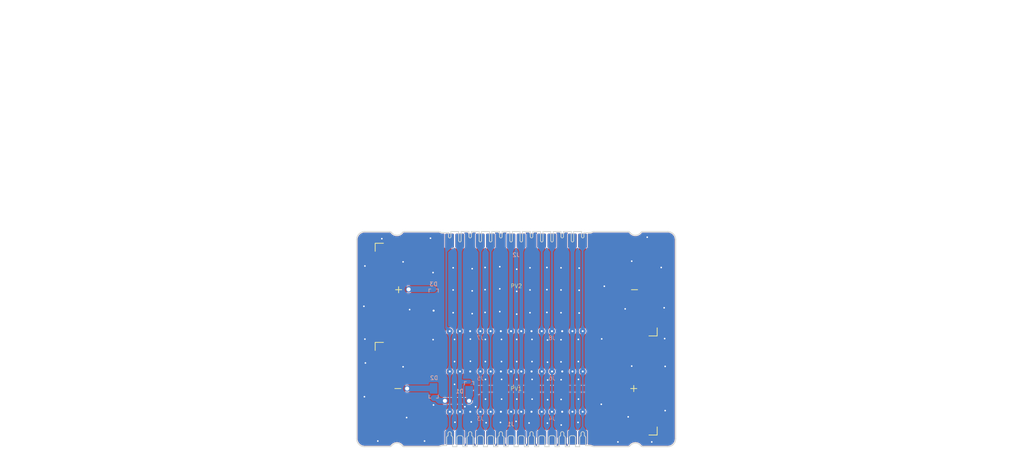
<source format=kicad_pcb>
(kicad_pcb (version 20240108) (generator "pcbnew") (generator_version "8.0")
  (title_block (title "bac Panel PV v1") (date "2024-10-06") (rev "1") (company "Build a CubeSat") (comment 1 "Manuel Imboden") (comment 2 "CC BY-SA 4.0") (comment 3 "https://buildacubesat.space"))
  (layers (0 "F.Cu" signal) (31 "B.Cu" mixed) (34 "B.Paste" user) (35 "F.Paste" user) (36 "B.SilkS" user "B.Silkscreen") (37 "F.SilkS" user "F.Silkscreen") (38 "B.Mask" user) (39 "F.Mask" user) (44 "Edge.Cuts" user))
  (net 0 "")
  (net 1 "GND")
  (net 2 "/DEPLOY_2{slash}RBF")
  (net 3 "/PANEL_SCL_A")
  (net 4 "/3v3_B")
  (net 5 "/VPV_B")
  (net 6 "/PANEL_SCL_B")
  (net 7 "/3v3_A")
  (net 8 "/EN_PANEL_B")
  (net 9 "/VPV_A")
  (net 10 "/PANEL_SDA_B")
  (net 11 "/PANEL_SDA_A")
  (net 12 "Net-(D1-A)")
  (net 13 "Net-(D2-A)")
  (footprint "bac EPS v1:Anysolar-SM141K10TF" (layer "F.Cu") (at 148.94901 91.43033)
    (property "Reference" "PV2")
    (property "Value" "Solar_Cell")
  )
  (footprint "bac EPS v1:Anysolar-SM141K10TF" (layer "F.Cu") (at 148.94901 116.03033 180)
    (property "Reference" "PV1")
    (property "Value" "Solar_Cell")
  )
  (footprint "bac EPS v1:Mill-Max-399-10-107-10-009000" (layer "B.Cu") (at 140.07401 121.755331)
    (property "Reference" "J3")
    (property "Value" "Conn_01x07_Socket")
  )
  (footprint "bac EPS v1:STM-STPS1L30MF" (layer "B.Cu") (at 128.45 116.7 90)
    (property "Reference" "D2")
    (property "Value" "D_Schottky")
  )
  (footprint "bac EPS v1:bac-panel-v1-14P-pad-row-receptacles" (layer "B.Cu") (at 148.95 128.17)
    (property "Reference" "J1")
    (property "Value" "Panel Connector 1x16")
  )
  (footprint "bac EPS v1:Mill-Max-399-10-107-10-009000" (layer "B.Cu") (at 140.06901 111.75533)
    (property "Reference" "J5")
    (property "Value" "Conn_01x07_Socket")
  )
  (footprint "bac EPS v1:Mill-Max-399-10-107-10-009000" (layer "B.Cu") (at 157.82901 121.755331)
    (property "Reference" "J4")
    (property "Value" "Conn_01x07_Socket")
  )
  (footprint "bac EPS v1:bac-panel-v1-14P-pad-row-pins" (layer "B.Cu") (at 148.915 79.3)
    (property "Reference" "J2")
    (property "Value" "Panel Connector 1x16")
  )
  (footprint "bac EPS v1:STM-STPS1L30MF" (layer "B.Cu") (at 128.45 92.96 -90)
    (property "Reference" "D3")
    (property "Value" "D_Schottky")
  )
  (footprint "bac EPS v1:STM-STPS1L30MF" (layer "B.Cu") (at 137.27 115.94 -90)
    (property "Reference" "D1")
    (property "Value" "D_Schottky")
  )
  (footprint "bac EPS v1:Mill-Max-399-10-107-10-009000" (layer "B.Cu") (at 157.84401 111.75533)
    (property "Reference" "J6")
    (property "Value" "Conn_01x07_Socket")
  )
  (footprint "bac EPS v1:Mill-Max-399-10-107-10-009000" (layer "B.Cu") (at 157.82901 101.75533)
    (property "Reference" "J8")
    (property "Value" "Conn_01x07_Socket")
  )
  (footprint "bac EPS v1:Mill-Max-399-10-107-10-009000" (layer "B.Cu") (at 140.05401 101.75533)
    (property "Reference" "J7")
    (property "Value" "Conn_01x07_Socket")
  )
  (gr_arc (start 153.165 127.717967) (mid 153.414658 127.899651) (end 153.509998 128.193332) (stroke (width 0.2)) (layer "Edge.Cuts"))
  (gr_arc (start 165.055 127.098333) (mid 165.46 126.693333) (end 165.865 127.098333) (stroke (width 0.2)) (layer "Edge.Cuts"))
  (gr_line (start 162.17 130.433333) (end 162.17 128.193333) (stroke (width 0.2)) (layer "Edge.Cuts"))
  (gr_line (start 161.130001 130.433333) (end 162.17 130.433333) (stroke (width 0.2)) (layer "Edge.Cuts"))
  (gr_line (start 167.06 77.3) (end 165.765001 77.3) (stroke (width 0.2)) (layer "Edge.Cuts"))
  (gr_line (start 149.47 130.433334) (end 149.47 128.193332) (stroke (width 0.2)) (layer "Edge.Cuts"))
  (gr_line (start 134.675 77.033333) (end 132.745001 77.033333) (stroke (width 0.2)) (layer "Edge.Cuts"))
  (gr_line (start 162.615 79.303333) (end 162.615 77.033333) (stroke (width 0.2)) (layer "Edge.Cuts"))
  (gr_line (start 135.73 128.193334) (end 135.73 130.433333) (stroke (width 0.2)) (layer "Edge.Cuts"))
  (gr_arc (start 154.55 128.193333) (mid 154.696447 127.83978) (end 155.05 127.693333) (stroke (width 0.2)) (layer "Edge.Cuts"))
  (gr_line (start 148.43 130.433334) (end 149.47 130.433334) (stroke (width 0.2)) (layer "Edge.Cuts"))
  (gr_arc (start 117.575175 77.033332) (mid 117.801309 77.087391) (end 117.978545 77.237878) (stroke (width 0.2)) (layer "Edge.Cuts"))
  (gr_line (start 165.154999 77.033333) (end 163.225 77.033333) (stroke (width 0.2)) (layer "Edge.Cuts"))
  (gr_line (start 144.39 130.433333) (end 144.390001 128.193334) (stroke (width 0.2)) (layer "Edge.Cuts"))
  (gr_arc (start 153.065 78.303333) (mid 152.76 78.608333) (end 152.455 78.303333) (stroke (width 0.2)) (layer "Edge.Cuts"))
  (gr_arc (start 145.545 127.717966) (mid 145.79466 127.899648) (end 145.89 128.193329) (stroke (width 0.2)) (layer "Edge.Cuts"))
  (gr_line (start 139.810001 127.693333) (end 140.309999 127.693333) (stroke (width 0.2)) (layer "Edge.Cuts"))
  (gr_line (start 152.01 130.433333) (end 152.01 128.193333) (stroke (width 0.2)) (layer "Edge.Cuts"))
  (gr_line (start 153.064999 77.033333) (end 153.065 78.303333) (stroke (width 0.2)) (layer "Edge.Cuts"))
  (gr_line (start 144.835001 77.033333) (end 142.905 77.033332) (stroke (width 0.2)) (layer "Edge.Cuts"))
  (gr_line (start 150.97 128.193333) (end 150.97 130.433333) (stroke (width 0.2)) (layer "Edge.Cuts"))
  (gr_line (start 130.84 130.166666) (end 131.69 130.166666) (stroke (width 0.2)) (layer "Edge.Cuts"))
  (gr_line (start 158.59 128.193332) (end 158.589999 130.433333) (stroke (width 0.2)) (layer "Edge.Cuts"))
  (gr_line (start 147.430001 127.693333) (end 147.929999 127.693333) (stroke (width 0.2)) (layer "Edge.Cuts"))
  (gr_line (start 136.769999 130.433333) (end 136.77 128.193334) (stroke (width 0.2)) (layer "Edge.Cuts"))
  (gr_line (start 132.845 127.098333) (end 132.845 127.717966) (stroke (width 0.2)) (layer "Edge.Cuts"))
  (gr_line (start 180.3248 130.433333) (end 186.55 130.433333) (stroke (width 0.2)) (layer "Edge.Cuts"))
  (gr_arc (start 147.985 79.303333) (mid 147.68 79.608333) (end 147.375 79.303333) (stroke (width 0.2)) (layer "Edge.Cuts"))
  (gr_line (start 142.294999 77.033333) (end 140.365 77.033333) (stroke (width 0.2)) (layer "Edge.Cuts"))
  (gr_line (start 139.310001 130.433333) (end 139.31 128.193334) (stroke (width 0.2)) (layer "Edge.Cuts"))
  (gr_line (start 156.05 128.193333) (end 156.05 130.433333) (stroke (width 0.2)) (layer "Edge.Cuts"))
  (gr_arc (start 179.921455 77.237878) (mid 178.55 77.933333) (end 177.178545 77.237879) (stroke (width 0.2)) (layer "Edge.Cuts"))
  (gr_line (start 146.93 130.433333) (end 146.93 128.193334) (stroke (width 0.2)) (layer "Edge.Cuts"))
  (gr_line (start 150.97 130.433333) (end 152.01 130.433333) (stroke (width 0.2)) (layer "Edge.Cuts"))
  (gr_arc (start 155.55 127.693333) (mid 155.903553 127.83978) (end 156.05 128.193333) (stroke (width 0.2)) (layer "Edge.Cuts"))
  (gr_line (start 135.73 130.433333) (end 136.769999 130.433333) (stroke (width 0.2)) (layer "Edge.Cuts"))
  (gr_line (start 164.71 130.433333) (end 164.71 128.193333) (stroke (width 0.2)) (layer "Edge.Cuts"))
  (gr_line (start 154.995 77.033332) (end 153.064999 77.033333) (stroke (width 0.2)) (layer "Edge.Cuts"))
  (gr_arc (start 162.17 128.193333) (mid 162.316447 127.839779) (end 162.670001 127.693333) (stroke (width 0.2)) (layer "Edge.Cuts"))
  (gr_arc (start 163.225 79.303333) (mid 162.92 79.608333) (end 162.615 79.303333) (stroke (width 0.2)) (layer "Edge.Cuts"))
  (gr_line (start 156.05 130.433333) (end 157.09 130.433333) (stroke (width 0.2)) (layer "Edge.Cuts"))
  (gr_line (start 147.375 77.033333) (end 145.445 77.033333) (stroke (width 0.2)) (layer "Edge.Cuts"))
  (gr_line (start 133.19 128.193329) (end 133.19 130.433333) (stroke (width 0.2)) (layer "Edge.Cuts"))
  (gr_arc (start 164.71 128.193333) (mid 164.80534 127.89965) (end 165.055 127.717965) (stroke (width 0.2)) (layer "Edge.Cuts"))
  (gr_line (start 160.075 77.033333) (end 158.145 77.033333) (stroke (width 0.2)) (layer "Edge.Cuts"))
  (gr_line (start 142.295 79.303333) (end 142.294999 77.033333) (stroke (width 0.2)) (layer "Edge.Cuts"))
  (gr_arc (start 158.145 79.303333) (mid 157.84 79.608333) (end 157.535 79.303333) (stroke (width 0.2)) (layer "Edge.Cuts"))
  (gr_arc (start 140.309999 127.693333) (mid 140.663553 127.83978) (end 140.81 128.193334) (stroke (width 0.2)) (layer "Edge.Cuts"))
  (gr_line (start 157.59 127.693333) (end 158.09 127.693332) (stroke (width 0.2)) (layer "Edge.Cuts"))
  (gr_arc (start 165.765 78.303333) (mid 165.46 78.608334) (end 165.155 78.303333) (stroke (width 0.2)) (layer "Edge.Cuts"))
  (gr_line (start 132.135 78.303333) (end 132.134999 77.3) (stroke (width 0.2)) (layer "Edge.Cuts"))
  (gr_line (start 139.755 77.033333) (end 137.825 77.033333) (stroke (width 0.2)) (layer "Edge.Cuts"))
  (gr_line (start 133.19 130.433333) (end 134.23 130.433333) (stroke (width 0.2)) (layer "Edge.Cuts"))
  (gr_arc (start 159.975 127.098333) (mid 160.38 126.693332) (end 160.785 127.098333) (stroke (width 0.2)) (layer "Edge.Cuts"))
  (gr_line (start 165.865 127.098333) (end 165.865 127.717966) (stroke (width 0.2)) (layer "Edge.Cuts"))
  (gr_line (start 117.575175 77.033332) (end 111.349999 77.033333) (stroke (width 0.2)) (layer "Edge.Cuts"))
  (gr_arc (start 140.365 79.303333) (mid 140.06 79.608333) (end 139.755 79.303333) (stroke (width 0.2)) (layer "Edge.Cuts"))
  (gr_line (start 144.835 78.303333) (end 144.835001 77.033333) (stroke (width 0.2)) (layer "Edge.Cuts"))
  (gr_line (start 131.69 130.166666) (end 131.69 128.193335) (stroke (width 0.2)) (layer "Edge.Cuts"))
  (gr_line (start 140.81 130.433333) (end 141.85 130.433333) (stroke (width 0.2)) (layer "Edge.Cuts"))
  (gr_arc (start 117.978545 130.228788) (mid 117.801308 130.379274) (end 117.575174 130.433333) (stroke (width 0.2)) (layer "Edge.Cuts"))
  (gr_line (start 162.615 77.033333) (end 160.685 77.033333) (stroke (width 0.2)) (layer "Edge.Cuts"))
  (gr_line (start 154.55 130.433333) (end 154.55 128.193333) (stroke (width 0.2)) (layer "Edge.Cuts"))
  (gr_arc (start 120.721455 77.237879) (mid 120.898691 77.087393) (end 121.124825 77.033333) (stroke (width 0.2)) (layer "Edge.Cuts"))
  (gr_arc (start 157.09 128.193333) (mid 157.236446 127.839779) (end 157.59 127.693333) (stroke (width 0.2)) (layer "Edge.Cuts"))
  (gr_line (start 153.51 128.193333) (end 153.51 130.433333) (stroke (width 0.2)) (layer "Edge.Cuts"))
  (gr_line (start 143.35 128.193335) (end 143.35 130.433333) (stroke (width 0.2)) (layer "Edge.Cuts"))
  (gr_line (start 157.535 77.033333) (end 155.605001 77.033333) (stroke (width 0.2)) (layer "Edge.Cuts"))
  (gr_line (start 149.915 77.033333) (end 147.985 77.033333) (stroke (width 0.2)) (layer "Edge.Cuts"))
  (gr_line (start 137.825 77.033333) (end 137.825001 78.303333) (stroke (width 0.2)) (layer "Edge.Cuts"))
  (gr_line (start 149.915 79.303333) (end 149.915 77.033333) (stroke (width 0.2)) (layer "Edge.Cuts"))
  (gr_arc (start 186.55 77.033333) (mid 187.964213 77.61912) (end 188.55 79.033333) (stroke (width 0.2)) (layer "Edge.Cuts"))
  (gr_arc (start 142.905 79.303333) (mid 142.6 79.608333) (end 142.295 79.303333) (stroke (width 0.2)) (layer "Edge.Cuts"))
  (gr_line (start 138.270001 128.193329) (end 138.270001 130.433333) (stroke (width 0.2)) (layer "Edge.Cuts"))
  (gr_line (start 176.775201 77.033333) (end 168.251709 77.033333) (stroke (width 0.2)) (layer "Edge.Cuts"))
  (gr_arc (start 147.929999 127.693333) (mid 148.283553 127.83978) (end 148.43 128.193334) (stroke (width 0.2)) (layer "Edge.Cuts"))
  (gr_line (start 139.755 79.303333) (end 139.755 77.033333) (stroke (width 0.2)) (layer "Edge.Cuts"))
  (gr_arc (start 188.55 128.433333) (mid 187.964214 129.847547) (end 186.55 130.433333) (stroke (width 0.2)) (layer "Edge.Cuts"))
  (gr_line (start 134.675 79.303333) (end 134.675 77.033333) (stroke (width 0.2)) (layer "Edge.Cuts"))
  (gr_line (start 155.605001 77.033333) (end 155.605 79.303333) (stroke (width 0.2)) (layer "Edge.Cuts"))
  (gr_line (start 142.35 127.693333) (end 142.849998 127.693333) (stroke (width 0.2)) (layer "Edge.Cuts"))
  (gr_line (start 148.43 128.193334) (end 148.43 130.433334) (stroke (width 0.2)) (layer "Edge.Cuts"))
  (gr_line (start 160.074999 78.303333) (end 160.075 77.033333) (stroke (width 0.2)) (layer "Edge.Cuts"))
  (gr_arc (start 150.47 127.693333) (mid 150.823553 127.83978) (end 150.97 128.193333) (stroke (width 0.2)) (layer "Edge.Cuts"))
  (gr_line (start 132.035 127.717968) (end 132.035 127.098333) (stroke (width 0.2)) (layer "Edge.Cuts"))
  (gr_line (start 137.214999 78.303333) (end 137.215 77.033333) (stroke (width 0.2)) (layer "Edge.Cuts"))
  (gr_line (start 165.155 78.303333) (end 165.154999 77.033333) (stroke (width 0.2)) (layer "Edge.Cuts"))
  (gr_arc (start 179.921455 77.237878) (mid 180.096687 77.088417) (end 180.320317 77.033333) (stroke (width 0.2)) (layer "Edge.Cuts"))
  (gr_line (start 168.2517 130.433333) (end 176.779572 130.433333) (stroke (width 0.2)) (layer "Edge.Cuts"))
  (gr_arc (start 135.229999 127.693333) (mid 135.583553 127.83978) (end 135.73 128.193334) (stroke (width 0.2)) (layer "Edge.Cuts"))
  (gr_arc (start 132.845 127.717966) (mid 133.09466 127.899648) (end 133.19 128.193329) (stroke (width 0.2)) (layer "Edge.Cuts"))
  (gr_arc (start 137.825001 78.303333) (mid 137.52 78.608334) (end 137.214999 78.303333) (stroke (width 0.2)) (layer "Edge.Cuts"))
  (gr_arc (start 146.93 128.193334) (mid 147.076447 127.83978) (end 147.430001 127.693333) (stroke (width 0.2)) (layer "Edge.Cuts"))
  (gr_curve (pts (xy 167.06 77.3) (xy 167.345561 77.3) (xy 167.609471 77.249262) (xy 167.752469 77.166869)) (stroke (width 0.2)) (layer "Edge.Cuts"))
  (gr_line (start 165.765001 77.3) (end 165.765 78.303333) (stroke (width 0.2)) (layer "Edge.Cuts"))
  (gr_arc (start 160.785 127.717966) (mid 161.034659 127.89965) (end 161.129998 128.193333) (stroke (width 0.2)) (layer "Edge.Cuts"))
  (gr_line (start 145.89 130.433333) (end 146.93 130.433333) (stroke (width 0.2)) (layer "Edge.Cuts"))
  (gr_arc (start 167.752469 77.166869) (mid 167.993314 77.067296) (end 168.251709 77.033333) (stroke (width 0.2)) (layer "Edge.Cuts"))
  (gr_line (start 158.589999 130.433333) (end 159.629999 130.433333) (stroke (width 0.2)) (layer "Edge.Cuts"))
  (gr_curve (pts (xy 130.84 130.166666) (xy 130.554439 130.166666) (xy 130.290529 130.217404) (xy 130.147531 130.299797)) (stroke (width 0.2)) (layer "Edge.Cuts"))
  (gr_line (start 134.23 130.433333) (end 134.23 128.193334) (stroke (width 0.2)) (layer "Edge.Cuts"))
  (gr_arc (start 155.605 79.303333) (mid 155.3 79.608333) (end 154.995 79.303333) (stroke (width 0.2)) (layer "Edge.Cuts"))
  (gr_arc (start 135.285 79.303333) (mid 134.98 79.608333) (end 134.675 79.303333) (stroke (width 0.2)) (layer "Edge.Cuts"))
  (gr_arc (start 120.721455 77.237879) (mid 119.35 77.933333) (end 117.978545 77.237878) (stroke (width 0.2)) (layer "Edge.Cuts"))
  (gr_line (start 163.67 130.433333) (end 164.71 130.433333) (stroke (width 0.2)) (layer "Edge.Cuts"))
  (gr_arc (start 134.23 128.193334) (mid 134.376447 127.83978) (end 134.730001 127.693333) (stroke (width 0.2)) (layer "Edge.Cuts"))
  (gr_line (start 159.629999 130.433333) (end 159.63 128.193332) (stroke (width 0.2)) (layer "Edge.Cuts"))
  (gr_line (start 145.544999 127.098333) (end 145.545 127.717966) (stroke (width 0.2)) (layer "Edge.Cuts"))
  (gr_arc (start 159.63 128.193332) (mid 159.72534 127.899649) (end 159.975 127.717965) (stroke (width 0.2)) (layer "Edge.Cuts"))
  (gr_line (start 135.285 77.033333) (end 135.285 79.303333) (stroke (width 0.2)) (layer "Edge.Cuts"))
  (gr_arc (start 145.445 78.303333) (mid 145.14 78.608333) (end 144.835 78.303333) (stroke (width 0.2)) (layer "Edge.Cuts"))
  (gr_line (start 143.35 130.433333) (end 144.39 130.433333) (stroke (width 0.2)) (layer "Edge.Cuts"))
  (gr_arc (start 141.849999 128.193334) (mid 141.996446 127.83978) (end 142.35 127.693333) (stroke (width 0.2)) (layer "Edge.Cuts"))
  (gr_arc (start 144.390001 128.193334) (mid 144.48534 127.899652) (end 144.735 127.717968) (stroke (width 0.2)) (layer "Edge.Cuts"))
  (gr_line (start 137.925 127.098333) (end 137.925 127.717966) (stroke (width 0.2)) (layer "Edge.Cuts"))
  (gr_arc (start 139.31 128.193334) (mid 139.456447 127.83978) (end 139.810001 127.693333) (stroke (width 0.2)) (layer "Edge.Cuts"))
  (gr_line (start 145.89 128.193329) (end 145.89 130.433333) (stroke (width 0.2)) (layer "Edge.Cuts"))
  (gr_line (start 145.445 77.033333) (end 145.445 78.303333) (stroke (width 0.2)) (layer "Edge.Cuts"))
  (gr_arc (start 163.17 127.693333) (mid 163.523553 127.83978) (end 163.67 128.193333) (stroke (width 0.2)) (layer "Edge.Cuts"))
  (gr_arc (start 158.09 127.693332) (mid 158.443554 127.839779) (end 158.59 128.193332) (stroke (width 0.2)) (layer "Edge.Cuts"))
  (gr_arc (start 177.178545 130.228787) (mid 177.003264 130.378274) (end 176.779572 130.433333) (stroke (width 0.2)) (layer "Edge.Cuts"))
  (gr_arc (start 160.685001 78.303333) (mid 160.38 78.608334) (end 160.074999 78.303333) (stroke (width 0.2)) (layer "Edge.Cuts"))
  (gr_arc (start 165.865 127.717966) (mid 166.114659 127.89965) (end 166.209998 128.193332) (stroke (width 0.2)) (layer "Edge.Cuts"))
  (gr_arc (start 168.2517 130.433333) (mid 167.99331 130.39937) (end 167.752469 130.299797) (stroke (width 0.2)) (layer "Edge.Cuts"))
  (gr_arc (start 109.35 79.033332) (mid 109.935786 77.619119) (end 111.349999 77.033333) (stroke (width 0.2)) (layer "Edge.Cuts"))
  (gr_line (start 153.51 130.433333) (end 154.55 130.433333) (stroke (width 0.2)) (layer "Edge.Cuts"))
  (gr_line (start 149.969999 127.693333) (end 150.47 127.693333) (stroke (width 0.2)) (layer "Edge.Cuts"))
  (gr_line (start 134.730001 127.693333) (end 135.229999 127.693333) (stroke (width 0.2)) (layer "Edge.Cuts"))
  (gr_line (start 147.985 77.033333) (end 147.985 79.303333) (stroke (width 0.2)) (layer "Edge.Cuts"))
  (gr_line (start 166.21 128.193333) (end 166.21 130.166666) (stroke (width 0.2)) (layer "Edge.Cuts"))
  (gr_arc (start 136.77 128.193334) (mid 136.865339 127.899651) (end 137.115 127.717968) (stroke (width 0.2)) (layer "Edge.Cuts"))
  (gr_line (start 147.375 79.303333) (end 147.375 77.033333) (stroke (width 0.2)) (layer "Edge.Cuts"))
  (gr_arc (start 111.349999 130.433333) (mid 109.935786 129.847547) (end 109.35 128.433334) (stroke (width 0.2)) (layer "Edge.Cuts"))
  (gr_arc (start 132.745 78.303333) (mid 132.44 78.608334) (end 132.135 78.303333) (stroke (width 0.2)) (layer "Edge.Cuts"))
  (gr_arc (start 130.147531 130.299797) (mid 129.906686 130.399372) (end 129.64829 130.433333) (stroke (width 0.2)) (layer "Edge.Cuts"))
  (gr_arc (start 131.69 128.193335) (mid 131.785339 127.899651) (end 132.035 127.717968) (stroke (width 0.2)) (layer "Edge.Cuts"))
  (gr_curve (pts (xy 130.147531 77.166869) (xy 130.290529 77.249262) (xy 130.554439 77.3) (xy 130.84 77.3)) (stroke (width 0.2)) (layer "Edge.Cuts"))
  (gr_line (start 188.55 128.433333) (end 188.55 79.033333) (stroke (width 0.2)) (layer "Edge.Cuts"))
  (gr_arc (start 152.01 128.193333) (mid 152.10534 127.899649) (end 152.355001 127.717965) (stroke (width 0.2)) (layer "Edge.Cuts"))
  (gr_line (start 132.134999 77.3) (end 130.84 77.3) (stroke (width 0.2)) (layer "Edge.Cuts"))
  (gr_line (start 157.09 130.433333) (end 157.09 128.193333) (stroke (width 0.2)) (layer "Edge.Cuts"))
  (gr_line (start 132.745001 77.033333) (end 132.745 78.303333) (stroke (width 0.2)) (layer "Edge.Cuts"))
  (gr_line (start 186.55 77.033333) (end 180.320317 77.033333) (stroke (width 0.2)) (layer "Edge.Cuts"))
  (gr_arc (start 176.775201 77.033333) (mid 177.001319 77.087396) (end 177.178545 77.237879) (stroke (width 0.2)) (layer "Edge.Cuts"))
  (gr_line (start 165.055 127.717965) (end 165.055 127.098333) (stroke (width 0.2)) (layer "Edge.Cuts"))
  (gr_arc (start 137.925 127.717966) (mid 138.17466 127.899648) (end 138.270001 128.193329) (stroke (width 0.2)) (layer "Edge.Cuts"))
  (gr_arc (start 177.178545 130.228787) (mid 178.55 129.533333) (end 179.921455 130.228788) (stroke (width 0.2)) (layer "Edge.Cuts"))
  (gr_arc (start 149.47 128.193332) (mid 149.616447 127.83978) (end 149.969999 127.693333) (stroke (width 0.2)) (layer "Edge.Cuts"))
  (gr_arc (start 129.648289 77.033333) (mid 129.906685 77.067294) (end 130.147531 77.166869) (stroke (width 0.2)) (layer "Edge.Cuts"))
  (gr_line (start 152.355001 127.717965) (end 152.355001 127.098333) (stroke (width 0.2)) (layer "Edge.Cuts"))
  (gr_line (start 111.349999 130.433333) (end 117.575174 130.433333) (stroke (width 0.2)) (layer "Edge.Cuts"))
  (gr_arc (start 152.355001 127.098333) (mid 152.76 126.693334) (end 153.165 127.098333) (stroke (width 0.2)) (layer "Edge.Cuts"))
  (gr_line (start 163.225 77.033333) (end 163.225 79.303333) (stroke (width 0.2)) (layer "Edge.Cuts"))
  (gr_line (start 138.270001 130.433333) (end 139.310001 130.433333) (stroke (width 0.2)) (layer "Edge.Cuts"))
  (gr_line (start 160.685 77.033333) (end 160.685001 78.303333) (stroke (width 0.2)) (layer "Edge.Cuts"))
  (gr_line (start 141.85 130.433333) (end 141.849999 128.193334) (stroke (width 0.2)) (layer "Edge.Cuts"))
  (gr_line (start 158.145 77.033333) (end 158.145 79.303333) (stroke (width 0.2)) (layer "Edge.Cuts"))
  (gr_curve (pts (xy 167.752469 130.299797) (xy 167.609471 130.217404) (xy 167.345561 130.166666) (xy 167.06 130.166666)) (stroke (width 0.2)) (layer "Edge.Cuts"))
  (gr_line (start 142.905 77.033332) (end 142.905 79.303333) (stroke (width 0.2)) (layer "Edge.Cuts"))
  (gr_arc (start 117.978545 130.228788) (mid 119.35 129.533333) (end 120.721455 130.228787) (stroke (width 0.2)) (layer "Edge.Cuts"))
  (gr_arc (start 150.525 79.303333) (mid 150.22 79.608333) (end 149.915 79.303333) (stroke (width 0.2)) (layer "Edge.Cuts"))
  (gr_line (start 150.525 77.033333) (end 150.525 79.303333) (stroke (width 0.2)) (layer "Edge.Cuts"))
  (gr_line (start 153.165 127.098333) (end 153.165 127.717967) (stroke (width 0.2)) (layer "Edge.Cuts"))
  (gr_line (start 155.05 127.693333) (end 155.55 127.693333) (stroke (width 0.2)) (layer "Edge.Cuts"))
  (gr_line (start 160.785 127.098333) (end 160.785 127.717966) (stroke (width 0.2)) (layer "Edge.Cuts"))
  (gr_line (start 157.535 79.303333) (end 157.535 77.033333) (stroke (width 0.2)) (layer "Edge.Cuts"))
  (gr_line (start 163.67 128.193333) (end 163.67 130.433333) (stroke (width 0.2)) (layer "Edge.Cuts"))
  (gr_line (start 129.648289 77.033333) (end 121.124825 77.033333) (stroke (width 0.2)) (layer "Edge.Cuts"))
  (gr_line (start 154.995 79.303333) (end 154.995 77.033332) (stroke (width 0.2)) (layer "Edge.Cuts"))
  (gr_arc (start 121.124825 130.433333) (mid 120.898691 130.379274) (end 120.721455 130.228787) (stroke (width 0.2)) (layer "Edge.Cuts"))
  (gr_line (start 109.35 79.033332) (end 109.35 128.433334) (stroke (width 0.2)) (layer "Edge.Cuts"))
  (gr_arc (start 132.035 127.098333) (mid 132.44 126.693333) (end 132.845 127.098333) (stroke (width 0.2)) (layer "Edge.Cuts"))
  (gr_line (start 161.13 128.193332) (end 161.130001 130.433333) (stroke (width 0.2)) (layer "Edge.Cuts"))
  (gr_line (start 137.215 77.033333) (end 135.285 77.033333) (stroke (width 0.2)) (layer "Edge.Cuts"))
  (gr_line (start 162.670001 127.693333) (end 163.17 127.693333) (stroke (width 0.2)) (layer "Edge.Cuts"))
  (gr_line (start 140.81 128.193334) (end 140.81 130.433333) (stroke (width 0.2)) (layer "Edge.Cuts"))
  (gr_line (start 140.365 77.033333) (end 140.365 79.303333) (stroke (width 0.2)) (layer "Edge.Cuts"))
  (gr_arc (start 144.735 127.098333) (mid 145.14 126.693333) (end 145.544999 127.098333) (stroke (width 0.2)) (layer "Edge.Cuts"))
  (gr_line (start 159.975 127.717965) (end 159.975 127.098333) (stroke (width 0.2)) (layer "Edge.Cuts"))
  (gr_line (start 152.455 78.303333) (end 152.455 77.033333) (stroke (width 0.2)) (layer "Edge.Cuts"))
  (gr_line (start 144.735 127.717968) (end 144.735 127.098333) (stroke (width 0.2)) (layer "Edge.Cuts"))
  (gr_arc (start 137.115 127.098333) (mid 137.52 126.693332) (end 137.925 127.098333) (stroke (width 0.2)) (layer "Edge.Cuts"))
  (gr_line (start 152.455 77.033333) (end 150.525 77.033333) (stroke (width 0.2)) (layer "Edge.Cuts"))
  (gr_arc (start 180.3248 130.433333) (mid 180.098682 130.37927) (end 179.921455 130.228788) (stroke (width 0.2)) (layer "Edge.Cuts"))
  (gr_line (start 137.115 127.717968) (end 137.115 127.098333) (stroke (width 0.2)) (layer "Edge.Cuts"))
  (gr_line (start 166.21 130.166666) (end 167.06 130.166666) (stroke (width 0.2)) (layer "Edge.Cuts"))
  (gr_line (start 121.124825 130.433333) (end 129.64829 130.433333) (stroke (width 0.2)) (layer "Edge.Cuts"))
  (gr_arc (start 142.849998 127.693333) (mid 143.203553 127.83978) (end 143.35 128.193335) (stroke (width 0.2)) (layer "Edge.Cuts"))
  (via (at 133.3 97.175) (size 0.8) (drill 0.4) (layers "F.Cu" "B.Cu") (net 1))
  (via (at 152.375 97.175) (size 0.8) (drill 0.4) (layers "F.Cu" "B.Cu") (net 1))
  (via (at 128.31 87.21) (size 0.8) (drill 0.4) (layers "F.Cu" "B.Cu") (net 1))
  (via (at 170.175 103.675) (size 0.8) (drill 0.4) (layers "F.Cu" "B.Cu") (net 1))
  (via (at 136.21 120.5) (size 0.8) (drill 0.4) (layers "F.Cu" "B.Cu") (net 1))
  (via (at 141.3 109.3) (size 0.8) (drill 0.4) (layers "F.Cu" "B.Cu") (net 1))
  (via (at 141.325 118.625) (size 0.8) (drill 0.4) (layers "F.Cu" "B.Cu") (net 1))
  (via (at 145.325 118.625) (size 0.8) (drill 0.4) (layers "F.Cu" "B.Cu") (net 1))
  (via (at 160.075 91.525) (size 0.8) (drill 0.4) (layers "F.Cu" "B.Cu") (net 1))
  (via (at 156.7 124.58) (size 0.8) (drill 0.4) (layers "F.Cu" "B.Cu") (net 1))
  (via (at 156.725 109.45) (size 0.8) (drill 0.4) (layers "F.Cu" "B.Cu") (net 1))
  (via (at 133.3 86.025) (size 0.8) (drill 0.4) (layers "F.Cu" "B.Cu") (net 1))
  (via (at 174.2 129.25) (size 0.8) (drill 0.4) (layers "F.Cu" "B.Cu") (net 1))
  (via (at 137.575 109.225) (size 0.8) (drill 0.4) (layers "F.Cu" "B.Cu") (net 1))
  (via (at 160.1 113.8) (size 0.8) (drill 0.4) (layers "F.Cu" "B.Cu") (net 1))
  (via (at 138.025 97.4) (size 0.8) (drill 0.4) (layers "F.Cu" "B.Cu") (net 1))
  (via (at 149.075 91.875) (size 0.8) (drill 0.4) (layers "F.Cu" "B.Cu") (net 1))
  (via (at 177.625 84.375) (size 0.8) (drill 0.4) (layers "F.Cu" "B.Cu") (net 1))
  (via (at 149.1 118.625) (size 0.8) (drill 0.4) (layers "F.Cu" "B.Cu") (net 1))
  (via (at 177.625 110.425) (size 0.8) (drill 0.4) (layers "F.Cu" "B.Cu") (net 1))
  (via (at 137.79 124.28) (size 0.8) (drill 0.4) (layers "F.Cu" "B.Cu") (net 1))
  (via (at 149.075 103.8) (size 0.8) (drill 0.4) (layers "F.Cu" "B.Cu") (net 1))
  (via (at 184.95 85.95) (size 0.8) (drill 0.4) (layers "F.Cu" "B.Cu") (net 1))
  (via (at 141.325 113.725) (size 0.8) (drill 0.4) (layers "F.Cu" "B.Cu") (net 1))
  (via (at 164.575 86.1) (size 0.8) (drill 0.4) (layers "F.Cu" "B.Cu") (net 1))
  (via (at 148.925 124.15) (size 0.8) (drill 0.4) (layers "F.Cu" "B.Cu") (net 1))
  (via (at 141.49 124.48) (size 0.8) (drill 0.4) (layers "F.Cu" "B.Cu") (net 1))
  (via (at 170.075 119.9) (size 0.8) (drill 0.4) (layers "F.Cu" "B.Cu") (net 1))
  (via (at 156.575 97.1) (size 0.8) (drill 0.4) (layers "F.Cu" "B.Cu") (net 1))
  (via (at 185.675 95.95) (size 0.8) (drill 0.4) (layers "F.Cu" "B.Cu") (net 1))
  (via (at 128.45 96.66) (size 1) (drill 0.5) (layers "F.Cu" "B.Cu") (net 1))
  (via (at 156.725 103.95) (size 0.8) (drill 0.4) (layers "F.Cu" "B.Cu") (net 1))
  (via (at 160.125 125.05) (size 0.8) (drill 0.4) (layers "F.Cu" "B.Cu") (net 1))
  (via (at 164.575 91.6) (size 0.8) (drill 0.4) (layers "F.Cu" "B.Cu") (net 1))
  (via (at 152.875 109.3) (size 0.8) (drill 0.4) (layers "F.Cu" "B.Cu") (net 1))
  (via (at 121.75 123.2) (size 0.8) (drill 0.4) (layers "F.Cu" "B.Cu") (net 1))
  (via (at 164.3 124.4) (size 0.8) (drill 0.4) (layers "F.Cu" "B.Cu") (net 1))
  (via (at 128.425 120.075) (size 0.8) (drill 0.4) (layers "F.Cu" "B.Cu") (net 1))
  (via (at 133.65 114.95) (size 0.8) (drill 0.4) (layers "F.Cu" "B.Cu") (net 1))
  (via (at 149.075 97.525) (size 0.8) (drill 0.4) (layers "F.Cu" "B.Cu") (net 1))
  (via (at 141.225 85.95) (size 0.8) (drill 0.4) (layers "F.Cu" "B.Cu") (net 1))
  (via (at 138.025 86.25) (size 0.8) (drill 0.4) (layers "F.Cu" "B.Cu") (net 1))
  (via (at 111.525 109.65) (size 0.8) (drill 0.4) (layers "F.Cu" "B.Cu") (net 1))
  (via (at 182.6 129.25) (size 0.8) (drill 0.4) (layers "F.Cu" "B.Cu") (net 1))
  (via (at 156.575 85.95) (size 0.8) (drill 0.4) (layers "F.Cu" "B.Cu") (net 1))
  (via (at 185.925 110.5) (size 0.8) (drill 0.4) (layers "F.Cu" "B.Cu") (net 1))
  (via (at 176.75 123.025) (size 0.8) (drill 0.4) (layers "F.Cu" "B.Cu") (net 1))
  (via (at 160.075 109.375) (size 0.8) (drill 0.4) (layers "F.Cu" "B.Cu") (net 1))
  (via (at 152.375 86.025) (size 0.8) (drill 0.4) (layers "F.Cu" "B.Cu") (net 1))
  (via (at 185.925 121.475) (size 0.8) (drill 0.4) (layers "F.Cu" "B.Cu") (net 1))
  (via (at 176 96.225) (size 0.8) (drill 0.4) (layers "F.Cu" "B.Cu") (net 1))
  (via (at 127.675 78.675) (size 0.8) (drill 0.4) (layers "F.Cu" "B.Cu") (net 1))
  (via (at 152.875 103.8) (size 0.8) (drill 0.4) (layers "F.Cu" "B.Cu") (net 1))
  (via (at 144.875 96.9) (size 0.8) (drill 0.4) (layers "F.Cu" "B.Cu") (net 1))
  (via (at 170.825 90.6) (size 0.8) (drill 0.4) (layers "F.Cu" "B.Cu") (net 1))
  (via (at 145.325 113.725) (size 0.8) (drill 0.4) (layers "F.Cu" "B.Cu") (net 1))
  (via (at 115.6 78.8) (size 0.8) (drill 0.4) (layers "F.Cu" "B.Cu") (net 1))
  (via (at 145.3 103.8) (size 0.8) (drill 0.4) (layers "F.Cu" "B.Cu") (net 1))
  (via (at 181.475 78.425) (size 0.8) (drill 0.4) (layers "F.Cu" "B.Cu") (net 1))
  (via (at 141.225 91.45) (size 0.8) (drill 0.4) (layers "F.Cu" "B.Cu") (net 1))
  (via (at 164.4 118.625) (size 0.8) (drill 0.4) (layers "F.Cu" "B.Cu") (net 1))
  (via (at 120.875 110.6) (size 0.8) (drill 0.4) (layers "F.Cu" "B.Cu") (net 1))
  (via (at 149.1 113.725) (size 0.8) (drill 0.4) (layers "F.Cu" "B.Cu") (net 1))
  (via (at 160.1 118.7) (size 0.8) (drill 0.4) (layers "F.Cu" "B.Cu") (net 1))
  (via (at 160.075 97.175) (size 0.8) (drill 0.4) (layers "F.Cu" "B.Cu") (net 1))
  (via (at 156.575 91.45) (size 0.8) (drill 0.4) (layers "F.Cu" "B.Cu") (net 1))
  (via (at 185.8 103.6) (size 0.8) (drill 0.4) (layers "F.Cu" "B.Cu") (net 1))
  (via (at 114.6 129.025) (size 0.8) (drill 0.4) (layers "F.Cu" "B.Cu") (net 1))
  (via (at 133.65 103.8) (size 0.8) (drill 0.4) (layers "F.Cu" "B.Cu") (net 1))
  (via (at 145.05 124.4) (size 0.8) (drill 0.4) (layers "F.Cu" "B.Cu") (net 1))
  (via (at 152.9 113.725) (size 0.8) (drill 0.4) (layers "F.Cu" "B.Cu") (net 1))
  (via (at 111.275 118.025) (size 0.8) (drill 0.4) (layers "F.Cu" "B.Cu") (net 1))
  (via (at 141.225 97.1) (size 0.8) (drill 0.4) (layers "F.Cu" "B.Cu") (net 1))
  (via (at 111.15 95.575) (size 0.8) (drill 0.4) (layers "F.Cu" "B.Cu") (net 1))
  (via (at 164.375 109.3) (size 0.8) (drill 0.4) (layers "F.Cu" "B.Cu") (net 1))
  (via (at 152.15 124.55) (size 0.8) (drill 0.4) (layers "F.Cu" "B.Cu") (net 1))
  (via (at 120.875 84.55) (size 0.8) (drill 0.4) (layers "F.Cu" "B.Cu") (net 1))
  (via (at 141.3 103.8) (size 0.8) (drill 0.4) (layers "F.Cu" "B.Cu") (net 1))
  (via (at 138.87 120.52) (size 0.8) (drill 0.4) (layers "F.Cu" "B.Cu") (net 1))
  (via (at 137.575 103.725) (size 0.8) (drill 0.4) (layers "F.Cu" "B.Cu") (net 1))
  (via (at 126.2 129.025) (size 0.8) (drill 0.4) (layers "F.Cu" "B.Cu") (net 1))
  (via (at 133.65 109.3) (size 0.8) (drill 0.4) (layers "F.Cu" "B.Cu") (net 1))
  (via (at 164.4 113.725) (size 0.8) (drill 0.4) (layers "F.Cu" "B.Cu") (net 1))
  (via (at 133.3 91.525) (size 0.8) (drill 0.4) (layers "F.Cu" "B.Cu") (net 1))
  (via (at 128.325 103.85) (size 0.8) (drill 0.4) (layers "F.Cu" "B.Cu") (net 1))
  (via (at 111.4 103.725) (size 0.8) (drill 0.4) (layers "F.Cu" "B.Cu") (net 1))
  (via (at 149.075 109.3) (size 0.8) (drill 0.4) (layers "F.Cu" "B.Cu") (net 1))
  (via (at 152.9 118.625) (size 0.8) (drill 0.4) (layers "F.Cu" "B.Cu") (net 1))
  (via (at 144.875 85.75) (size 0.8) (drill 0.4) (layers "F.Cu" "B.Cu") (net 1))
  (via (at 164.375 103.8) (size 0.8) (drill 0.4) (layers "F.Cu" "B.Cu") (net 1))
  (via (at 152.375 91.525) (size 0.8) (drill 0.4) (layers "F.Cu" "B.Cu") (net 1))
  (via (at 145.3 109.3) (size 0.8) (drill 0.4) (layers "F.Cu" "B.Cu") (net 1))
  (via (at 122.5 96.4) (size 0.8) (drill 0.4) (layers "F.Cu" "B.Cu") (net 1))
  (via (at 164.575 97.25) (size 0.8) (drill 0.4) (layers "F.Cu" "B.Cu") (net 1))
  (via (at 160.075 103.875) (size 0.8) (drill 0.4) (layers "F.Cu" "B.Cu") (net 1))
  (via (at 160.075 86.025) (size 0.8) (drill 0.4) (layers "F.Cu" "B.Cu") (net 1))
  (via (at 144.875 91.25) (size 0.8) (drill 0.4) (layers "F.Cu" "B.Cu") (net 1))
  (via (at 133.75 124.35) (size 0.8) (drill 0.4) (layers "F.Cu" "B.Cu") (net 1))
  (via (at 149.075 86.375) (size 0.8) (drill 0.4) (layers "F.Cu" "B.Cu") (net 1))
  (via (at 156.75 113.875) (size 0.8) (drill 0.4) (layers "F.Cu" "B.Cu") (net 1))
  (via (at 138.025 91.75) (size 0.8) (drill 0.4) (layers "F.Cu" "B.Cu") (net 1))
  (via (at 111.4 85.575) (size 0.8) (drill 0.4) (layers "F.Cu" "B.Cu") (net 1))
  (via (at 156.75 118.775) (size 0.8) (drill 0.4) (layers "F.Cu" "B.Cu") (net 1))
  (segment (start 132.45401 112.07901) (end 132.45401 121.755331) (width 0.5) (layer "B.Cu") (net 2))
  (segment (start 132.45401 121.755331) (end 132.45401 128.053993) (width 0.5) (layer "B.Cu") (net 2))
  (segment (start 132.43401 101.75533) (end 132.43401 111.74033) (width 0.5) (layer "B.Cu") (net 2))
  (segment (start 131.58401 100.90533) (end 131.58401 80.077933) (width 0.5) (layer "B.Cu") (net 2))
  (segment (start 132.44901 111.75533) (end 132.44901 112.07401) (width 0.5) (layer "B.Cu") (net 2))
  (segment (start 132.44901 112.07401) (end 132.45401 112.07901) (width 0.5) (layer "B.Cu") (net 2))
  (segment (start 132.43401 101.75533) (end 131.58401 100.90533) (width 0.5) (layer "B.Cu") (net 2))
  (segment (start 132.43401 111.74033) (end 132.44901 111.75533) (width 0.5) (layer "B.Cu") (net 2))
  (segment (start 140.05401 111.74033) (end 140.06901 111.75533) (width 0.5) (layer "B.Cu") (net 3))
  (segment (start 140.07 126.17) (end 140.07 126.99789) (width 0.5) (layer "B.Cu") (net 3))
  (segment (start 140.06901 121.750331) (end 140.07401 121.755331) (width 0.5) (layer "B.Cu") (net 3))
  (segment (start 140.05401 80.722437) (end 139.601903 80.27033) (width 0.5) (layer "B.Cu") (net 3))
  (segment (start 140.07401 121.755331) (end 140.07401 126.16599) (width 0.5) (layer "B.Cu") (net 3))
  (segment (start 140.07401 126.16599) (end 140.07 126.17) (width 0.5) (layer "B.Cu") (net 3))
  (segment (start 140.05401 101.75533) (end 140.05401 111.74033) (width 0.5) (layer "B.Cu") (net 3))
  (segment (start 140.06901 111.75533) (end 140.06901 121.750331) (width 0.5) (layer "B.Cu") (net 3))
  (segment (start 140.05401 101.75533) (end 140.05401 80.722437) (width 0.5) (layer "B.Cu") (net 3))
  (segment (start 139.532822 127.535068) (end 139.437996 127.648078) (width 0.5) (layer "B.Cu") (net 3))
  (segment (start 140.07 126.99789) (end 139.532822 127.535068) (width 0.5) (layer "B.Cu") (net 3))
  (segment (start 150.22401 111.87401) (end 150.20901 111.88901) (width 1) (layer "B.Cu") (net 4))
  (segment (start 150.20901 101.75533) (end 150.20901 80.553625) (width 1) (layer "B.Cu") (net 4))
  (segment (start 150.20901 111.74033) (end 150.22401 111.75533) (width 1) (layer "B.Cu") (net 4))
  (segment (start 150.20901 111.88901) (end 150.20901 121.755331) (width 1) (layer "B.Cu") (net 4))
  (segment (start 150.20901 101.75533) (end 150.20901 111.74033) (width 1) (layer "B.Cu") (net 4))
  (segment (start 150.20901 80.553625) (end 150.228989 80.533646) (width 1) (layer "B.Cu") (net 4))
  (segment (start 150.22401 111.75533) (end 150.22401 111.87401) (width 1) (layer "B.Cu") (net 4))
  (segment (start 150.20901 121.755331) (end 150.20901 126.694909) (width 1) (layer "B.Cu") (net 4))
  (segment (start 162.909009 101.75533) (end 162.909009 80.553626) (width 1) (layer "B.Cu") (net 5))
  (segment (start 162.909009 101.75533) (end 162.909009 102.415991) (width 1) (layer "B.Cu") (net 5))
  (segment (start 162.924009 121.740331) (end 162.909009 121.755331) (width 1) (layer "B.Cu") (net 5))
  (segment (start 162.924009 111.75533) (end 162.924009 121.740331) (width 1) (layer "B.Cu") (net 5))
  (segment (start 162.909009 121.755331) (end 162.909009 126.69544) (width 1) (layer "B.Cu") (net 5))
  (segment (start 162.909009 102.415991) (end 162.924009 102.430991) (width 1) (layer "B.Cu") (net 5))
  (segment (start 162.909009 80.553626) (end 162.928989 80.533646) (width 1) (layer "B.Cu") (net 5))
  (segment (start 162.924009 102.430991) (end 162.924009 111.75533) (width 1) (layer "B.Cu") (net 5))
  (segment (start 157.84401 111.75533) (end 157.84401 112.56901) (width 0.5) (layer "B.Cu") (net 6))
  (segment (start 157.82901 101.75533) (end 157.82901 111.74033) (width 0.5) (layer "B.Cu") (net 6))
  (segment (start 157.82901 121.755331) (end 157.82901 127.519893) (width 0.5) (layer "B.Cu") (net 6))
  (segment (start 157.82901 112.58401) (end 157.82901 121.755331) (width 0.5) (layer "B.Cu") (net 6))
  (segment (start 157.82901 80.717435) (end 157.381905 80.27033) (width 0.5) (layer "B.Cu") (net 6))
  (segment (start 157.82901 101.75533) (end 157.82901 80.717435) (width 0.5) (layer "B.Cu") (net 6))
  (segment (start 157.82901 111.74033) (end 157.84401 111.75533) (width 0.5) (layer "B.Cu") (net 6))
  (segment (start 157.84401 112.56901) (end 157.82901 112.58401) (width 0.5) (layer "B.Cu") (net 6))
  (segment (start 147.67401 80.548628) (end 147.688991 80.533647) (width 1) (layer "B.Cu") (net 7))
  (segment (start 147.69401 121.755331) (end 147.69401 126.669931) (width 1) (layer "B.Cu") (net 7))
  (segment (start 147.67401 102.14901) (end 147.68901 102.16401) (width 1) (layer "B.Cu") (net 7))
  (segment (start 147.69401 112.66901) (end 147.69401 121.755331) (width 1) (layer "B.Cu") (net 7))
  (segment (start 147.68901 102.16401) (end 147.68901 111.75533) (width 1) (layer "B.Cu") (net 7))
  (segment (start 147.67401 101.75533) (end 147.67401 102.14901) (width 1) (layer "B.Cu") (net 7))
  (segment (start 147.67401 101.75533) (end 147.67401 80.548628) (width 1) (layer "B.Cu") (net 7))
  (segment (start 147.68901 111.75533) (end 147.68901 112.66401) (width 1) (layer "B.Cu") (net 7))
  (segment (start 147.68901 112.66401) (end 147.69401 112.66901) (width 1) (layer "B.Cu") (net 7))
  (segment (start 165.44901 101.75533) (end 165.425 101.73132) (width 0.5) (layer "B.Cu") (net 8))
  (segment (start 165.44901 121.755331) (end 165.44901 128.02899) (width 0.5) (layer "B.Cu") (net 8))
  (segment (start 165.46401 121.740331) (end 165.44901 121.755331) (width 0.5) (layer "B.Cu") (net 8))
  (segment (start 165.425 81.607749) (end 164.60401 80.786759) (width 0.5) (layer "B.Cu") (net 8))
  (segment (start 165.46401 111.75533) (end 165.46401 121.740331) (width 0.5) (layer "B.Cu") (net 8))
  (segment (start 165.425 101.73132) (end 165.425 81.607749) (width 0.5) (layer "B.Cu") (net 8))
  (segment (start 165.44901 111.74033) (end 165.46401 111.75533) (width 0.5) (layer "B.Cu") (net 8))
  (segment (start 165.44901 101.75533) (end 165.44901 111.74033) (width 0.5) (layer "B.Cu") (net 8))
  (segment (start 134.98901 114.31) (end 134.98901 121.750331) (width 1) (layer "B.Cu") (net 9))
  (segment (start 135.55 114.31) (end 135.5661 114.2939) (width 1) (layer "B.Cu") (net 9))
  (segment (start 134.974011 102.125989) (end 134.989011 102.140989) (width 1) (layer "B.Cu") (net 9))
  (segment (start 134.974011 101.75533) (end 134.974011 80.722438) (width 1) (layer "B.Cu") (net 9))
  (segment (start 134.98901 111.75533) (end 134.98901 114.31) (width 1) (layer "B.Cu") (net 9))
  (segment (start 134.974011 101.75533) (end 134.974011 102.125989) (width 1) (layer "B.Cu") (net 9))
  (segment (start 134.994011 121.755331) (end 134.994011 126.669951) (width 1) (layer "B.Cu") (net 9))
  (segment (start 135.5661 114.2939) (end 137.27 114.2939) (width 1) (layer "B.Cu") (net 9))
  (segment (start 134.98901 121.750331) (end 134.99401 121.755331) (width 0.2) (layer "B.Cu") (net 9))
  (segment (start 134.989011 121.750331) (end 134.994011 121.755331) (width 1) (layer "B.Cu") (net 9))
  (segment (start 134.98901 114.31) (end 135.55 114.31) (width 1) (layer "B.Cu") (net 9))
  (segment (start 134.989011 102.140989) (end 134.989011 111.75533) (width 1) (layer "B.Cu") (net 9))
  (segment (start 155.30401 121.740331) (end 155.28901 121.755331) (width 0.5) (layer "B.Cu") (net 10))
  (segment (start 155.28901 121.755331) (end 155.29 121.756321) (width 0.5) (layer "B.Cu") (net 10))
  (segment (start 155.28901 101.75533) (end 155.28901 111.74033) (width 0.5) (layer "B.Cu") (net 10))
  (segment (start 155.28901 111.74033) (end 155.30401 111.75533) (width 0.5) (layer "B.Cu") (net 10))
  (segment (start 155.28901 80.717436) (end 154.841904 80.27033) (width 0.5) (layer "B.Cu") (net 10))
  (segment (start 155.28901 101.75533) (end 155.28901 80.717436) (width 0.5) (layer "B.Cu") (net 10))
  (segment (start 155.29 121.756321) (end 155.29 127.520676) (width 0.5) (layer "B.Cu") (net 10))
  (segment (start 155.30401 111.75533) (end 155.30401 121.740331) (width 0.5) (layer "B.Cu") (net 10))
  (segment (start 142.62 121.761321) (end 142.62 126.98789) (width 0.5) (layer "B.Cu") (net 11))
  (segment (start 142.59401 80.722438) (end 142.141902 80.27033) (width 0.5) (layer "B.Cu") (net 11))
  (segment (start 142.60901 121.750331) (end 142.61401 121.755331) (width 0.5) (layer "B.Cu") (net 11))
  (segment (start 142.60901 111.75533) (end 142.60901 121.750331) (width 0.5) (layer "B.Cu") (net 11))
  (segment (start 142.59401 101.75533) (end 142.59401 111.74033) (width 0.5) (layer "B.Cu") (net 11))
  (segment (start 142.59401 101.75533) (end 142.59401 80.722438) (width 0.5) (layer "B.Cu") (net 11))
  (segment (start 142.59401 111.74033) (end 142.60901 111.75533) (width 0.5) (layer "B.Cu") (net 11))
  (segment (start 142.61401 121.755331) (end 142.62 121.761321) (width 0.5) (layer "B.Cu") (net 11))
  (segment (start 142.62 126.98789) (end 142.072822 127.535068) (width 0.5) (layer "B.Cu") (net 11))
  (segment (start 142.072822 127.535068) (end 141.977996 127.648078) (width 0.5) (layer "B.Cu") (net 11))
  (segment (start 137.25 119.04) (end 137.25 118.76) (width 1.5) (layer "F.Cu") (net 12))
  (segment (start 139.97967 116.03033) (end 180.94901 116.03033) (width 1.5) (layer "F.Cu") (net 12))
  (segment (start 137.25 118.76) (end 139.97967 116.03033) (width 1.5) (layer "F.Cu") (net 12))
  (segment (start 131.25401 119.04) (end 137.25 119.04) (width 1.5) (layer "F.Cu") (net 12))
  (via (at 131.25401 119.04) (size 1.5) (drill 1) (layers "F.Cu" "B.Cu") (net 12))
  (via (at 137.25 119.04) (size 1.5) (drill 1) (layers "F.Cu" "B.Cu") (net 12))
  (segment (start 137.27 119.02) (end 137.27 116.6841) (width 1.5) (layer "B.Cu") (net 12))
  (segment (start 137.25 119.04) (end 137.27 119.02) (width 1.5) (layer "B.Cu") (net 12))
  (segment (start 129.176099 118.346099) (end 128.45 118.346099) (width 1.5) (layer "B.Cu") (net 12))
  (segment (start 129.87 119.04) (end 129.176099 118.346099) (width 1.5) (layer "B.Cu") (net 12))
  (segment (start 131.25401 119.04) (end 129.87 119.04) (width 1.5) (layer "B.Cu") (net 12))
  (segment (start 116.94901 116.03033) (end 116.94901 91.43033) (width 1.5) (layer "F.Cu") (net 13))
  (segment (start 116.98934 115.99) (end 116.94901 116.03033) (width 1.5) (layer "F.Cu") (net 13))
  (segment (start 122.25 91.38) (end 116.99934 91.38) (width 1.5) (layer "F.Cu") (net 13))
  (segment (start 116.99934 91.38) (end 116.94901 91.43033) (width 1.5) (layer "F.Cu") (net 13))
  (segment (start 121.88 115.99) (end 116.98934 115.99) (width 1.5) (layer "F.Cu") (net 13))
  (via (at 122.25 91.38) (size 1.5) (drill 1) (layers "F.Cu" "B.Cu") (net 13))
  (via (at 121.88 115.99) (size 1.5) (drill 1) (layers "F.Cu" "B.Cu") (net 13))
  (segment (start 122.316099 91.313901) (end 122.25 91.38) (width 1.5) (layer "B.Cu") (net 13))
  (segment (start 121.9 116.01) (end 121.88 115.99) (width 1.5) (layer "B.Cu") (net 13))
  (segment (start 128.45 91.313901) (end 122.316099 91.313901) (width 1.5) (layer "B.Cu") (net 13))
  (segment (start 128.45 115.9559) (end 121.9141 115.9559) (width 1.5) (layer "B.Cu") (net 13))
  (segment (start 121.9141 115.9559) (end 121.88 115.99) (width 1.5) (layer "B.Cu") (net 13))
  (zone (net 1) (net_name "GND") (layers "F.Cu" "B.Cu") (connect_pads yes (clearance 0)) (min_thickness 0.25) (fill yes (thermal_gap 0.5) (thermal_bridge_width 0.5) (smoothing fillet) (radius 0.5))
    (polygon (pts (xy 108 76) (xy 189.4 76) (xy 189.4 131.3) (xy 189.3 131.4) (xy 108 131.4) (xy 106.4 129.8) (xy 106.4 77.6)))
  )
)
</source>
